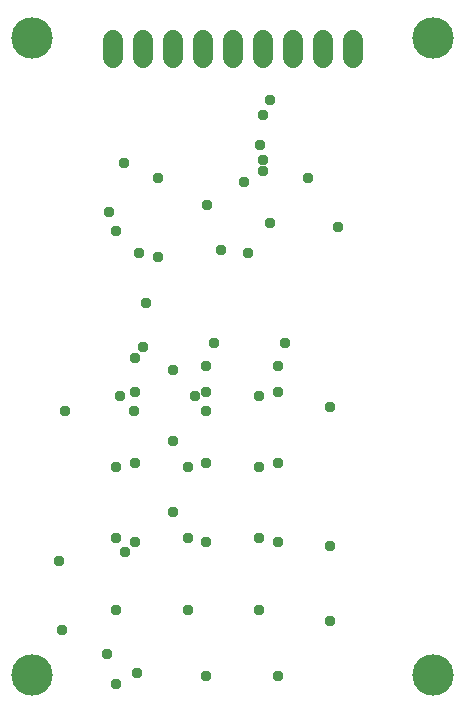
<source format=gbr>
G04 EAGLE Gerber RS-274X export*
G75*
%MOMM*%
%FSLAX34Y34*%
%LPD*%
%INSoldermask Bottom*%
%IPPOS*%
%AMOC8*
5,1,8,0,0,1.08239X$1,22.5*%
G01*
%ADD10C,3.503200*%
%ADD11C,1.727200*%
%ADD12C,0.959600*%


D10*
X30000Y570000D03*
X370000Y570000D03*
X370000Y30000D03*
X30000Y30000D03*
D11*
X98400Y552380D02*
X98400Y567620D01*
X123800Y567620D02*
X123800Y552380D01*
X149200Y552380D02*
X149200Y567620D01*
X174600Y567620D02*
X174600Y552380D01*
X200000Y552380D02*
X200000Y567620D01*
X225400Y567620D02*
X225400Y552380D01*
X250800Y552380D02*
X250800Y567620D01*
X276200Y567620D02*
X276200Y552380D01*
X301600Y552380D02*
X301600Y567620D01*
D12*
X58420Y254000D03*
X116840Y254000D03*
X177800Y254000D03*
X127000Y345440D03*
X93980Y48260D03*
X101600Y22860D03*
X55880Y68580D03*
X53340Y127000D03*
X109220Y134620D03*
X104775Y266700D03*
X107950Y463550D03*
X168275Y266700D03*
X223520Y479425D03*
X117475Y298450D03*
X117475Y269875D03*
X222250Y266700D03*
X225425Y457200D03*
X282575Y257175D03*
X263525Y450850D03*
X101600Y206375D03*
X101600Y406400D03*
X161925Y206375D03*
X178275Y428625D03*
X222250Y206375D03*
X231775Y412750D03*
X177800Y292100D03*
X177800Y269875D03*
X101600Y146050D03*
X120650Y387350D03*
X161925Y146050D03*
X190500Y390525D03*
X238125Y292100D03*
X238125Y269875D03*
X222250Y146050D03*
X212725Y387350D03*
X282575Y139700D03*
X288925Y409575D03*
X161925Y85725D03*
X136525Y450850D03*
X101600Y85725D03*
X95250Y422275D03*
X222250Y85725D03*
X209550Y447675D03*
X282575Y76200D03*
X225425Y466725D03*
X136525Y384175D03*
X149225Y288925D03*
X149225Y228600D03*
X149225Y168275D03*
X225425Y504825D03*
X231775Y517525D03*
X123825Y307975D03*
X117475Y209550D03*
X184150Y311150D03*
X177800Y209550D03*
X244475Y311150D03*
X238125Y209550D03*
X118745Y31750D03*
X117475Y142875D03*
X177800Y29845D03*
X177800Y142875D03*
X238125Y29845D03*
X238125Y142875D03*
M02*

</source>
